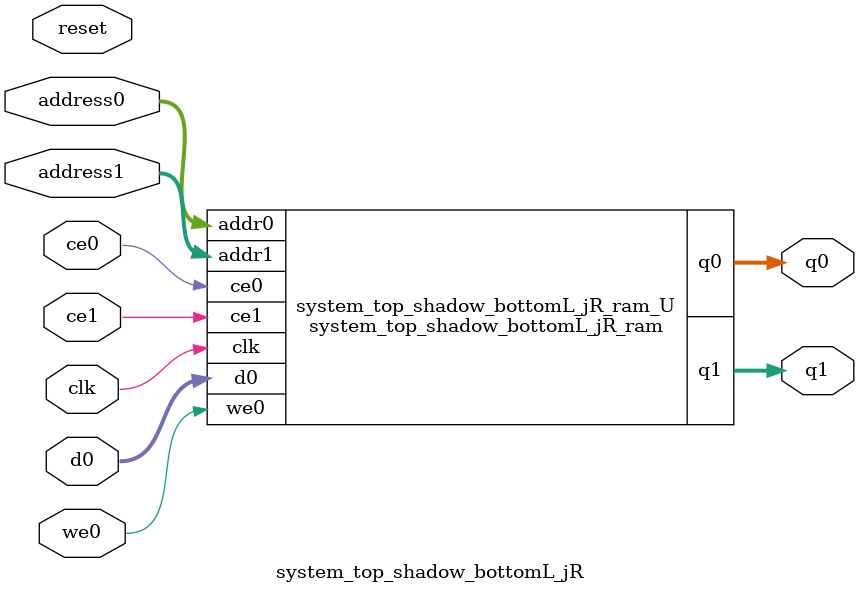
<source format=v>
`timescale 1 ns / 1 ps
module system_top_shadow_bottomL_jR_ram (addr0, ce0, d0, we0, q0, addr1, ce1, q1,  clk);

parameter DWIDTH = 32;
parameter AWIDTH = 4;
parameter MEM_SIZE = 15;

input[AWIDTH-1:0] addr0;
input ce0;
input[DWIDTH-1:0] d0;
input we0;
output reg[DWIDTH-1:0] q0;
input[AWIDTH-1:0] addr1;
input ce1;
output reg[DWIDTH-1:0] q1;
input clk;

reg [DWIDTH-1:0] ram[0:MEM_SIZE-1];




always @(posedge clk)  
begin 
    if (ce0) begin
        if (we0) 
            ram[addr0] <= d0; 
        q0 <= ram[addr0];
    end
end


always @(posedge clk)  
begin 
    if (ce1) begin
        q1 <= ram[addr1];
    end
end


endmodule

`timescale 1 ns / 1 ps
module system_top_shadow_bottomL_jR(
    reset,
    clk,
    address0,
    ce0,
    we0,
    d0,
    q0,
    address1,
    ce1,
    q1);

parameter DataWidth = 32'd32;
parameter AddressRange = 32'd15;
parameter AddressWidth = 32'd4;
input reset;
input clk;
input[AddressWidth - 1:0] address0;
input ce0;
input we0;
input[DataWidth - 1:0] d0;
output[DataWidth - 1:0] q0;
input[AddressWidth - 1:0] address1;
input ce1;
output[DataWidth - 1:0] q1;



system_top_shadow_bottomL_jR_ram system_top_shadow_bottomL_jR_ram_U(
    .clk( clk ),
    .addr0( address0 ),
    .ce0( ce0 ),
    .we0( we0 ),
    .d0( d0 ),
    .q0( q0 ),
    .addr1( address1 ),
    .ce1( ce1 ),
    .q1( q1 ));

endmodule


</source>
